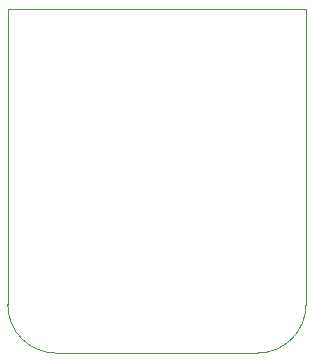
<source format=gm1>
G04 #@! TF.GenerationSoftware,KiCad,Pcbnew,(5.1.8)-1*
G04 #@! TF.CreationDate,2024-06-23T02:08:37+02:00*
G04 #@! TF.ProjectId,RC Exhaust Digispark,52432045-7868-4617-9573-742044696769,rev?*
G04 #@! TF.SameCoordinates,Original*
G04 #@! TF.FileFunction,Profile,NP*
%FSLAX46Y46*%
G04 Gerber Fmt 4.6, Leading zero omitted, Abs format (unit mm)*
G04 Created by KiCad (PCBNEW (5.1.8)-1) date 2024-06-23 02:08:37*
%MOMM*%
%LPD*%
G01*
G04 APERTURE LIST*
G04 #@! TA.AperFunction,Profile*
%ADD10C,0.050000*%
G04 #@! TD*
G04 APERTURE END LIST*
D10*
X125385000Y-77470000D02*
X100137000Y-77470000D01*
X125385000Y-77470000D02*
X125382000Y-102521000D01*
X125382000Y-102521000D02*
G75*
G02*
X121282000Y-106621000I-4100000J0D01*
G01*
X104237000Y-106621000D02*
G75*
G02*
X100137000Y-102521000I0J4100000D01*
G01*
X100137000Y-102521000D02*
X100137000Y-77470000D01*
X114982000Y-106621000D02*
X121282000Y-106621000D01*
X114982000Y-106621000D02*
X104237000Y-106621000D01*
M02*

</source>
